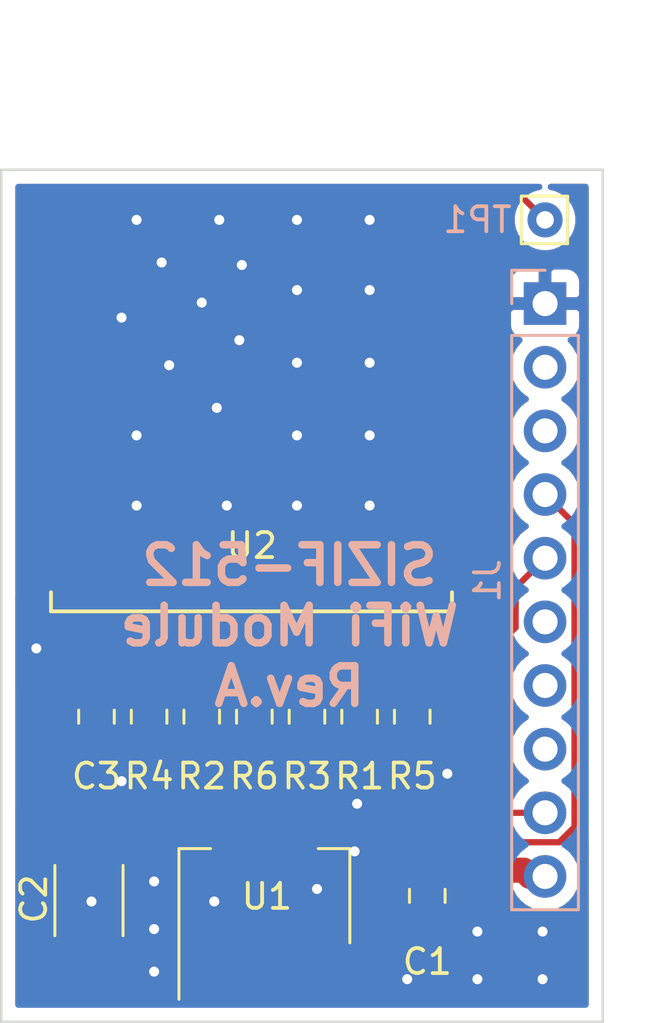
<source format=kicad_pcb>
(kicad_pcb (version 20171130) (host pcbnew "(5.1.4)-1")

  (general
    (thickness 1.6)
    (drawings 5)
    (tracks 102)
    (zones 0)
    (modules 13)
    (nets 13)
  )

  (page A4)
  (layers
    (0 F.Cu signal)
    (31 B.Cu signal)
    (32 B.Adhes user)
    (33 F.Adhes user)
    (34 B.Paste user)
    (35 F.Paste user)
    (36 B.SilkS user)
    (37 F.SilkS user)
    (38 B.Mask user)
    (39 F.Mask user)
    (40 Dwgs.User user)
    (41 Cmts.User user)
    (42 Eco1.User user)
    (43 Eco2.User user)
    (44 Edge.Cuts user)
    (45 Margin user)
    (46 B.CrtYd user)
    (47 F.CrtYd user)
    (48 B.Fab user)
    (49 F.Fab user)
  )

  (setup
    (last_trace_width 0.25)
    (user_trace_width 0.25)
    (user_trace_width 1)
    (trace_clearance 0.2)
    (zone_clearance 0.508)
    (zone_45_only no)
    (trace_min 0.2)
    (via_size 0.8)
    (via_drill 0.4)
    (via_min_size 0.4)
    (via_min_drill 0.3)
    (uvia_size 0.3)
    (uvia_drill 0.1)
    (uvias_allowed no)
    (uvia_min_size 0.2)
    (uvia_min_drill 0.1)
    (edge_width 0.05)
    (segment_width 0.2)
    (pcb_text_width 0.3)
    (pcb_text_size 1.5 1.5)
    (mod_edge_width 0.12)
    (mod_text_size 1 1)
    (mod_text_width 0.15)
    (pad_size 1.524 1.524)
    (pad_drill 0.762)
    (pad_to_mask_clearance 0.051)
    (solder_mask_min_width 0.25)
    (aux_axis_origin 0 0)
    (visible_elements 7FFFFF7F)
    (pcbplotparams
      (layerselection 0x010fc_ffffffff)
      (usegerberextensions false)
      (usegerberattributes false)
      (usegerberadvancedattributes false)
      (creategerberjobfile false)
      (excludeedgelayer true)
      (linewidth 0.100000)
      (plotframeref false)
      (viasonmask false)
      (mode 1)
      (useauxorigin false)
      (hpglpennumber 1)
      (hpglpenspeed 20)
      (hpglpendiameter 15.000000)
      (psnegative false)
      (psa4output false)
      (plotreference true)
      (plotvalue true)
      (plotinvisibletext false)
      (padsonsilk false)
      (subtractmaskfromsilk false)
      (outputformat 1)
      (mirror false)
      (drillshape 1)
      (scaleselection 1)
      (outputdirectory ""))
  )

  (net 0 "")
  (net 1 GND)
  (net 2 +5V)
  (net 3 +3V3)
  (net 4 RX)
  (net 5 TX)
  (net 6 CTS)
  (net 7 "Net-(R1-Pad1)")
  (net 8 "Net-(R2-Pad1)")
  (net 9 "Net-(R3-Pad1)")
  (net 10 "Net-(R4-Pad1)")
  (net 11 "Net-(R5-Pad2)")
  (net 12 "Net-(R6-Pad1)")

  (net_class Default "This is the default net class."
    (clearance 0.2)
    (trace_width 0.25)
    (via_dia 0.8)
    (via_drill 0.4)
    (uvia_dia 0.3)
    (uvia_drill 0.1)
    (add_net +3V3)
    (add_net +5V)
    (add_net CTS)
    (add_net GND)
    (add_net "Net-(J1-Pad2)")
    (add_net "Net-(J1-Pad3)")
    (add_net "Net-(J1-Pad6)")
    (add_net "Net-(J1-Pad7)")
    (add_net "Net-(J1-Pad8)")
    (add_net "Net-(R1-Pad1)")
    (add_net "Net-(R2-Pad1)")
    (add_net "Net-(R3-Pad1)")
    (add_net "Net-(R4-Pad1)")
    (add_net "Net-(R5-Pad2)")
    (add_net "Net-(R6-Pad1)")
    (add_net "Net-(U2-Pad10)")
    (add_net "Net-(U2-Pad11)")
    (add_net "Net-(U2-Pad12)")
    (add_net "Net-(U2-Pad13)")
    (add_net "Net-(U2-Pad14)")
    (add_net "Net-(U2-Pad17)")
    (add_net "Net-(U2-Pad18)")
    (add_net "Net-(U2-Pad19)")
    (add_net "Net-(U2-Pad2)")
    (add_net "Net-(U2-Pad20)")
    (add_net "Net-(U2-Pad4)")
    (add_net "Net-(U2-Pad5)")
    (add_net "Net-(U2-Pad6)")
    (add_net "Net-(U2-Pad9)")
    (add_net RX)
    (add_net TX)
  )

  (module Connector_Pin:Pin_D0.7mm_L6.5mm_W1.8mm_FlatFork (layer F.Cu) (tedit 5A1DC084) (tstamp 5EA48DAA)
    (at 190.2 115.5)
    (descr "solder Pin_ with flat fork, hole diameter 0.7mm, length 6.5mm, width 1.8mm")
    (tags "solder Pin_ with flat fork")
    (path /5EA48AE7)
    (fp_text reference TP1 (at -2.7 0) (layer B.SilkS)
      (effects (font (size 1 1) (thickness 0.15)) (justify mirror))
    )
    (fp_text value TestPoint (at 0 -1.8) (layer F.Fab) hide
      (effects (font (size 1 1) (thickness 0.15)))
    )
    (fp_line (start 1.35 1.2) (end -1.4 1.2) (layer F.CrtYd) (width 0.05))
    (fp_line (start 1.35 1.2) (end 1.35 -1.2) (layer F.CrtYd) (width 0.05))
    (fp_line (start -1.4 -1.2) (end -1.4 1.2) (layer F.CrtYd) (width 0.05))
    (fp_line (start -1.4 -1.2) (end 1.35 -1.2) (layer F.CrtYd) (width 0.05))
    (fp_line (start -0.9 0.25) (end -0.9 -0.25) (layer F.Fab) (width 0.12))
    (fp_line (start 0.85 0.25) (end -0.9 0.25) (layer F.Fab) (width 0.12))
    (fp_line (start 0.85 -0.25) (end 0.85 0.25) (layer F.Fab) (width 0.12))
    (fp_line (start -0.9 -0.25) (end 0.85 -0.25) (layer F.Fab) (width 0.12))
    (fp_line (start 0.9 -0.95) (end -0.95 -0.95) (layer F.SilkS) (width 0.12))
    (fp_line (start 0.9 -0.9) (end 0.9 -0.95) (layer F.SilkS) (width 0.12))
    (fp_line (start 0.9 0.95) (end 0.9 -0.9) (layer F.SilkS) (width 0.12))
    (fp_line (start -0.95 0.95) (end 0.9 0.95) (layer F.SilkS) (width 0.12))
    (fp_line (start -0.95 -0.95) (end -0.95 0.95) (layer F.SilkS) (width 0.12))
    (fp_text user %R (at 0 1.8) (layer F.Fab) hide
      (effects (font (size 1 1) (thickness 0.15)))
    )
    (pad 1 thru_hole circle (at 0 0) (size 1.4 1.4) (drill 0.7) (layers *.Cu *.Mask)
      (net 12 "Net-(R6-Pad1)"))
  )

  (module ESP8266:ESP-12E_SMD (layer F.Cu) (tedit 58FB7FFE) (tstamp 5EA4719D)
    (at 171.5 115.5)
    (descr "Module, ESP-8266, ESP-12, 16 pad, SMD")
    (tags "Module ESP-8266 ESP8266")
    (path /5EA6B089)
    (fp_text reference U2 (at 7 13 180) (layer F.SilkS)
      (effects (font (size 1 1) (thickness 0.15)))
    )
    (fp_text value ESP-12E (at 5.08 6.35 90) (layer F.Fab) hide
      (effects (font (size 1 1) (thickness 0.15)))
    )
    (fp_line (start -1.008 -8.4) (end 14.992 -8.4) (layer F.Fab) (width 0.05))
    (fp_line (start -1.008 15.6) (end -1.008 -8.4) (layer F.Fab) (width 0.05))
    (fp_line (start 14.992 15.6) (end -1.008 15.6) (layer F.Fab) (width 0.05))
    (fp_line (start 15 -8.4) (end 15 15.6) (layer F.Fab) (width 0.05))
    (fp_line (start -1.008 -2.6) (end 14.992 -2.6) (layer F.CrtYd) (width 0.1524))
    (fp_text user "No Copper" (at 6.892 -5.4) (layer F.CrtYd)
      (effects (font (size 1 1) (thickness 0.15)))
    )
    (fp_line (start -1.008 -8.4) (end 14.992 -2.6) (layer F.CrtYd) (width 0.1524))
    (fp_line (start 14.992 -8.4) (end -1.008 -2.6) (layer F.CrtYd) (width 0.1524))
    (fp_line (start 14.986 15.621) (end 14.986 14.859) (layer F.SilkS) (width 0.1524))
    (fp_line (start -1.016 15.621) (end 14.986 15.621) (layer F.SilkS) (width 0.1524))
    (fp_line (start -1.016 14.859) (end -1.016 15.621) (layer F.SilkS) (width 0.1524))
    (fp_line (start -1.016 -8.382) (end -1.016 -1.016) (layer F.CrtYd) (width 0.1524))
    (fp_line (start 14.986 -8.382) (end 14.986 -0.889) (layer F.CrtYd) (width 0.1524))
    (fp_line (start -1.016 -8.382) (end 14.986 -8.382) (layer F.CrtYd) (width 0.1524))
    (fp_line (start -2.25 16) (end -2.25 -0.5) (layer F.CrtYd) (width 0.05))
    (fp_line (start 16.25 16) (end -2.25 16) (layer F.CrtYd) (width 0.05))
    (fp_line (start 16.25 -8.75) (end 16.25 16) (layer F.CrtYd) (width 0.05))
    (fp_line (start 15.25 -8.75) (end 16.25 -8.75) (layer F.CrtYd) (width 0.05))
    (fp_line (start -2.25 -8.75) (end 15.25 -8.75) (layer F.CrtYd) (width 0.05))
    (fp_line (start -2.25 -0.5) (end -2.25 -8.75) (layer F.CrtYd) (width 0.05))
    (pad 22 smd rect (at 11.99 15 90) (size 2.5 1.1) (drill (offset -0.7 0)) (layers F.Cu F.Paste F.Mask)
      (net 7 "Net-(R1-Pad1)"))
    (pad 21 smd rect (at 9.99 15 90) (size 2.5 1.1) (drill (offset -0.7 0)) (layers F.Cu F.Paste F.Mask)
      (net 9 "Net-(R3-Pad1)"))
    (pad 20 smd rect (at 7.99 15 90) (size 2.5 1.1) (drill (offset -0.7 0)) (layers F.Cu F.Paste F.Mask))
    (pad 19 smd rect (at 5.99 15 90) (size 2.5 1.1) (drill (offset -0.7 0)) (layers F.Cu F.Paste F.Mask))
    (pad 18 smd rect (at 3.99 15 90) (size 2.5 1.1) (drill (offset -0.7 0)) (layers F.Cu F.Paste F.Mask))
    (pad 17 smd rect (at 1.99 15 90) (size 2.5 1.1) (drill (offset -0.7 0)) (layers F.Cu F.Paste F.Mask))
    (pad 16 smd rect (at 14 0) (size 2.5 1.1) (drill (offset 0.7 0)) (layers F.Cu F.Paste F.Mask)
      (net 11 "Net-(R5-Pad2)"))
    (pad 15 smd rect (at 14 2) (size 2.5 1.1) (drill (offset 0.7 0)) (layers F.Cu F.Paste F.Mask)
      (net 1 GND))
    (pad 14 smd rect (at 14 4) (size 2.5 1.1) (drill (offset 0.7 0)) (layers F.Cu F.Paste F.Mask))
    (pad 13 smd rect (at 14 6) (size 2.5 1.1) (drill (offset 0.7 0)) (layers F.Cu F.Paste F.Mask))
    (pad 12 smd rect (at 14 8) (size 2.5 1.1) (drill (offset 0.7 0)) (layers F.Cu F.Paste F.Mask))
    (pad 11 smd rect (at 14 10) (size 2.5 1.1) (drill (offset 0.7 0)) (layers F.Cu F.Paste F.Mask))
    (pad 10 smd rect (at 14 12) (size 2.5 1.1) (drill (offset 0.7 0)) (layers F.Cu F.Paste F.Mask))
    (pad 9 smd rect (at 14 14) (size 2.5 1.1) (drill (offset 0.7 0)) (layers F.Cu F.Paste F.Mask))
    (pad 8 smd rect (at 0 14) (size 2.5 1.1) (drill (offset -0.7 0)) (layers F.Cu F.Paste F.Mask)
      (net 3 +3V3))
    (pad 7 smd rect (at 0 12) (size 2.5 1.1) (drill (offset -0.7 0)) (layers F.Cu F.Paste F.Mask)
      (net 10 "Net-(R4-Pad1)"))
    (pad 6 smd rect (at 0 10) (size 2.5 1.1) (drill (offset -0.7 0)) (layers F.Cu F.Paste F.Mask))
    (pad 5 smd rect (at 0 8) (size 2.5 1.1) (drill (offset -0.7 0)) (layers F.Cu F.Paste F.Mask))
    (pad 4 smd rect (at 0 6) (size 2.5 1.1) (drill (offset -0.7 0)) (layers F.Cu F.Paste F.Mask))
    (pad 3 smd rect (at 0 4) (size 2.5 1.1) (drill (offset -0.7 0)) (layers F.Cu F.Paste F.Mask)
      (net 8 "Net-(R2-Pad1)"))
    (pad 2 smd rect (at 0 2) (size 2.5 1.1) (drill (offset -0.7 0)) (layers F.Cu F.Paste F.Mask))
    (pad 1 smd rect (at 0 0) (size 2.5 1.1) (drill (offset -0.7 0)) (layers F.Cu F.Paste F.Mask)
      (net 12 "Net-(R6-Pad1)"))
    (model ${MYLIBPATH}/kicad-ESP8266/ESP8266.3dshapes/ESP-12.wrl
      (at (xyz 0 0 0))
      (scale (xyz 0.3937 0.3937 0.3937))
      (rotate (xyz 0 0 0))
    )
  )

  (module Package_TO_SOT_SMD:SOT-223-3_TabPin2 (layer F.Cu) (tedit 5A02FF57) (tstamp 5EA48580)
    (at 179 142.5 90)
    (descr "module CMS SOT223 4 pins")
    (tags "CMS SOT")
    (path /5EA457DB)
    (attr smd)
    (fp_text reference U1 (at 0 0.1 180) (layer F.SilkS)
      (effects (font (size 1 1) (thickness 0.15)))
    )
    (fp_text value AMS1117-3.3 (at -2.9 0 180) (layer F.Fab)
      (effects (font (size 1 1) (thickness 0.15)))
    )
    (fp_line (start 1.85 -3.35) (end 1.85 3.35) (layer F.Fab) (width 0.1))
    (fp_line (start -1.85 3.35) (end 1.85 3.35) (layer F.Fab) (width 0.1))
    (fp_line (start -4.1 -3.41) (end 1.91 -3.41) (layer F.SilkS) (width 0.12))
    (fp_line (start -0.85 -3.35) (end 1.85 -3.35) (layer F.Fab) (width 0.1))
    (fp_line (start -1.85 3.41) (end 1.91 3.41) (layer F.SilkS) (width 0.12))
    (fp_line (start -1.85 -2.35) (end -1.85 3.35) (layer F.Fab) (width 0.1))
    (fp_line (start -1.85 -2.35) (end -0.85 -3.35) (layer F.Fab) (width 0.1))
    (fp_line (start -4.4 -3.6) (end -4.4 3.6) (layer F.CrtYd) (width 0.05))
    (fp_line (start -4.4 3.6) (end 4.4 3.6) (layer F.CrtYd) (width 0.05))
    (fp_line (start 4.4 3.6) (end 4.4 -3.6) (layer F.CrtYd) (width 0.05))
    (fp_line (start 4.4 -3.6) (end -4.4 -3.6) (layer F.CrtYd) (width 0.05))
    (fp_line (start 1.91 -3.41) (end 1.91 -2.15) (layer F.SilkS) (width 0.12))
    (fp_line (start 1.91 3.41) (end 1.91 2.15) (layer F.SilkS) (width 0.12))
    (fp_text user %R (at 0 0) (layer F.Fab)
      (effects (font (size 0.8 0.8) (thickness 0.12)))
    )
    (pad 1 smd rect (at -3.15 -2.3 90) (size 2 1.5) (layers F.Cu F.Paste F.Mask)
      (net 1 GND))
    (pad 3 smd rect (at -3.15 2.3 90) (size 2 1.5) (layers F.Cu F.Paste F.Mask)
      (net 2 +5V))
    (pad 2 smd rect (at -3.15 0 90) (size 2 1.5) (layers F.Cu F.Paste F.Mask)
      (net 3 +3V3))
    (pad 2 smd rect (at 3.15 0 90) (size 2 3.8) (layers F.Cu F.Paste F.Mask)
      (net 3 +3V3))
    (model ${KISYS3DMOD}/Package_TO_SOT_SMD.3dshapes/SOT-223.wrl
      (at (xyz 0 0 0))
      (scale (xyz 1 1 1))
      (rotate (xyz 0 0 0))
    )
  )

  (module Capacitor_SMD:C_0805_2012Metric_Pad1.15x1.40mm_HandSolder (layer F.Cu) (tedit 5B36C52B) (tstamp 5EA47159)
    (at 178.6 135.325 270)
    (descr "Capacitor SMD 0805 (2012 Metric), square (rectangular) end terminal, IPC_7351 nominal with elongated pad for handsoldering. (Body size source: https://docs.google.com/spreadsheets/d/1BsfQQcO9C6DZCsRaXUlFlo91Tg2WpOkGARC1WS5S8t0/edit?usp=sharing), generated with kicad-footprint-generator")
    (tags "capacitor handsolder")
    (path /5EA7D23F)
    (attr smd)
    (fp_text reference R6 (at 2.375 0 180) (layer F.SilkS)
      (effects (font (size 1 1) (thickness 0.15)))
    )
    (fp_text value 10k (at 1.975 0 180) (layer F.Fab)
      (effects (font (size 1 1) (thickness 0.15)))
    )
    (fp_line (start -1 0.6) (end -1 -0.6) (layer F.Fab) (width 0.1))
    (fp_line (start -1 -0.6) (end 1 -0.6) (layer F.Fab) (width 0.1))
    (fp_line (start 1 -0.6) (end 1 0.6) (layer F.Fab) (width 0.1))
    (fp_line (start 1 0.6) (end -1 0.6) (layer F.Fab) (width 0.1))
    (fp_line (start -0.261252 -0.71) (end 0.261252 -0.71) (layer F.SilkS) (width 0.12))
    (fp_line (start -0.261252 0.71) (end 0.261252 0.71) (layer F.SilkS) (width 0.12))
    (fp_line (start -1.85 0.95) (end -1.85 -0.95) (layer F.CrtYd) (width 0.05))
    (fp_line (start -1.85 -0.95) (end 1.85 -0.95) (layer F.CrtYd) (width 0.05))
    (fp_line (start 1.85 -0.95) (end 1.85 0.95) (layer F.CrtYd) (width 0.05))
    (fp_line (start 1.85 0.95) (end -1.85 0.95) (layer F.CrtYd) (width 0.05))
    (fp_text user %R (at 0 0 90) (layer F.Fab)
      (effects (font (size 0.5 0.5) (thickness 0.08)))
    )
    (pad 1 smd roundrect (at -1.025 0 270) (size 1.15 1.4) (layers F.Cu F.Paste F.Mask) (roundrect_rratio 0.217391)
      (net 12 "Net-(R6-Pad1)"))
    (pad 2 smd roundrect (at 1.025 0 270) (size 1.15 1.4) (layers F.Cu F.Paste F.Mask) (roundrect_rratio 0.217391)
      (net 3 +3V3))
    (model ${KISYS3DMOD}/Capacitor_SMD.3dshapes/C_0805_2012Metric.wrl
      (at (xyz 0 0 0))
      (scale (xyz 1 1 1))
      (rotate (xyz 0 0 0))
    )
  )

  (module Capacitor_SMD:C_0805_2012Metric_Pad1.15x1.40mm_HandSolder (layer F.Cu) (tedit 5B36C52B) (tstamp 5EA49D27)
    (at 184.9 135.325 90)
    (descr "Capacitor SMD 0805 (2012 Metric), square (rectangular) end terminal, IPC_7351 nominal with elongated pad for handsoldering. (Body size source: https://docs.google.com/spreadsheets/d/1BsfQQcO9C6DZCsRaXUlFlo91Tg2WpOkGARC1WS5S8t0/edit?usp=sharing), generated with kicad-footprint-generator")
    (tags "capacitor handsolder")
    (path /5EA6EC02)
    (attr smd)
    (fp_text reference R5 (at -2.375 0 180) (layer F.SilkS)
      (effects (font (size 1 1) (thickness 0.15)))
    )
    (fp_text value 10k (at 1.925 0 180) (layer F.Fab)
      (effects (font (size 1 1) (thickness 0.15)))
    )
    (fp_line (start -1 0.6) (end -1 -0.6) (layer F.Fab) (width 0.1))
    (fp_line (start -1 -0.6) (end 1 -0.6) (layer F.Fab) (width 0.1))
    (fp_line (start 1 -0.6) (end 1 0.6) (layer F.Fab) (width 0.1))
    (fp_line (start 1 0.6) (end -1 0.6) (layer F.Fab) (width 0.1))
    (fp_line (start -0.261252 -0.71) (end 0.261252 -0.71) (layer F.SilkS) (width 0.12))
    (fp_line (start -0.261252 0.71) (end 0.261252 0.71) (layer F.SilkS) (width 0.12))
    (fp_line (start -1.85 0.95) (end -1.85 -0.95) (layer F.CrtYd) (width 0.05))
    (fp_line (start -1.85 -0.95) (end 1.85 -0.95) (layer F.CrtYd) (width 0.05))
    (fp_line (start 1.85 -0.95) (end 1.85 0.95) (layer F.CrtYd) (width 0.05))
    (fp_line (start 1.85 0.95) (end -1.85 0.95) (layer F.CrtYd) (width 0.05))
    (fp_text user %R (at 0 0 90) (layer F.Fab)
      (effects (font (size 0.5 0.5) (thickness 0.08)))
    )
    (pad 1 smd roundrect (at -1.025 0 90) (size 1.15 1.4) (layers F.Cu F.Paste F.Mask) (roundrect_rratio 0.217391)
      (net 1 GND))
    (pad 2 smd roundrect (at 1.025 0 90) (size 1.15 1.4) (layers F.Cu F.Paste F.Mask) (roundrect_rratio 0.217391)
      (net 11 "Net-(R5-Pad2)"))
    (model ${KISYS3DMOD}/Capacitor_SMD.3dshapes/C_0805_2012Metric.wrl
      (at (xyz 0 0 0))
      (scale (xyz 1 1 1))
      (rotate (xyz 0 0 0))
    )
  )

  (module Capacitor_SMD:C_0805_2012Metric_Pad1.15x1.40mm_HandSolder (layer F.Cu) (tedit 5B36C52B) (tstamp 5EA48882)
    (at 174.4 135.325 270)
    (descr "Capacitor SMD 0805 (2012 Metric), square (rectangular) end terminal, IPC_7351 nominal with elongated pad for handsoldering. (Body size source: https://docs.google.com/spreadsheets/d/1BsfQQcO9C6DZCsRaXUlFlo91Tg2WpOkGARC1WS5S8t0/edit?usp=sharing), generated with kicad-footprint-generator")
    (tags "capacitor handsolder")
    (path /5EA5A557)
    (attr smd)
    (fp_text reference R4 (at 2.375 0 180) (layer F.SilkS)
      (effects (font (size 1 1) (thickness 0.15)))
    )
    (fp_text value 560 (at 1.975 0 180) (layer F.Fab)
      (effects (font (size 1 1) (thickness 0.15)))
    )
    (fp_line (start -1 0.6) (end -1 -0.6) (layer F.Fab) (width 0.1))
    (fp_line (start -1 -0.6) (end 1 -0.6) (layer F.Fab) (width 0.1))
    (fp_line (start 1 -0.6) (end 1 0.6) (layer F.Fab) (width 0.1))
    (fp_line (start 1 0.6) (end -1 0.6) (layer F.Fab) (width 0.1))
    (fp_line (start -0.261252 -0.71) (end 0.261252 -0.71) (layer F.SilkS) (width 0.12))
    (fp_line (start -0.261252 0.71) (end 0.261252 0.71) (layer F.SilkS) (width 0.12))
    (fp_line (start -1.85 0.95) (end -1.85 -0.95) (layer F.CrtYd) (width 0.05))
    (fp_line (start -1.85 -0.95) (end 1.85 -0.95) (layer F.CrtYd) (width 0.05))
    (fp_line (start 1.85 -0.95) (end 1.85 0.95) (layer F.CrtYd) (width 0.05))
    (fp_line (start 1.85 0.95) (end -1.85 0.95) (layer F.CrtYd) (width 0.05))
    (fp_text user %R (at 0 0 90) (layer F.Fab)
      (effects (font (size 0.5 0.5) (thickness 0.08)))
    )
    (pad 1 smd roundrect (at -1.025 0 270) (size 1.15 1.4) (layers F.Cu F.Paste F.Mask) (roundrect_rratio 0.217391)
      (net 10 "Net-(R4-Pad1)"))
    (pad 2 smd roundrect (at 1.025 0 270) (size 1.15 1.4) (layers F.Cu F.Paste F.Mask) (roundrect_rratio 0.217391)
      (net 6 CTS))
    (model ${KISYS3DMOD}/Capacitor_SMD.3dshapes/C_0805_2012Metric.wrl
      (at (xyz 0 0 0))
      (scale (xyz 1 1 1))
      (rotate (xyz 0 0 0))
    )
  )

  (module Capacitor_SMD:C_0805_2012Metric_Pad1.15x1.40mm_HandSolder (layer F.Cu) (tedit 5B36C52B) (tstamp 5EA47126)
    (at 180.7 135.325 270)
    (descr "Capacitor SMD 0805 (2012 Metric), square (rectangular) end terminal, IPC_7351 nominal with elongated pad for handsoldering. (Body size source: https://docs.google.com/spreadsheets/d/1BsfQQcO9C6DZCsRaXUlFlo91Tg2WpOkGARC1WS5S8t0/edit?usp=sharing), generated with kicad-footprint-generator")
    (tags "capacitor handsolder")
    (path /5EA5B3D0)
    (attr smd)
    (fp_text reference R3 (at 2.375 0 180) (layer F.SilkS)
      (effects (font (size 1 1) (thickness 0.15)))
    )
    (fp_text value 560 (at -1.925 0 180) (layer F.Fab)
      (effects (font (size 1 1) (thickness 0.15)))
    )
    (fp_line (start -1 0.6) (end -1 -0.6) (layer F.Fab) (width 0.1))
    (fp_line (start -1 -0.6) (end 1 -0.6) (layer F.Fab) (width 0.1))
    (fp_line (start 1 -0.6) (end 1 0.6) (layer F.Fab) (width 0.1))
    (fp_line (start 1 0.6) (end -1 0.6) (layer F.Fab) (width 0.1))
    (fp_line (start -0.261252 -0.71) (end 0.261252 -0.71) (layer F.SilkS) (width 0.12))
    (fp_line (start -0.261252 0.71) (end 0.261252 0.71) (layer F.SilkS) (width 0.12))
    (fp_line (start -1.85 0.95) (end -1.85 -0.95) (layer F.CrtYd) (width 0.05))
    (fp_line (start -1.85 -0.95) (end 1.85 -0.95) (layer F.CrtYd) (width 0.05))
    (fp_line (start 1.85 -0.95) (end 1.85 0.95) (layer F.CrtYd) (width 0.05))
    (fp_line (start 1.85 0.95) (end -1.85 0.95) (layer F.CrtYd) (width 0.05))
    (fp_text user %R (at 0 0 90) (layer F.Fab)
      (effects (font (size 0.5 0.5) (thickness 0.08)))
    )
    (pad 1 smd roundrect (at -1.025 0 270) (size 1.15 1.4) (layers F.Cu F.Paste F.Mask) (roundrect_rratio 0.217391)
      (net 9 "Net-(R3-Pad1)"))
    (pad 2 smd roundrect (at 1.025 0 270) (size 1.15 1.4) (layers F.Cu F.Paste F.Mask) (roundrect_rratio 0.217391)
      (net 5 TX))
    (model ${KISYS3DMOD}/Capacitor_SMD.3dshapes/C_0805_2012Metric.wrl
      (at (xyz 0 0 0))
      (scale (xyz 1 1 1))
      (rotate (xyz 0 0 0))
    )
  )

  (module Capacitor_SMD:C_0805_2012Metric_Pad1.15x1.40mm_HandSolder (layer F.Cu) (tedit 5B36C52B) (tstamp 5EA47115)
    (at 176.5 135.325 270)
    (descr "Capacitor SMD 0805 (2012 Metric), square (rectangular) end terminal, IPC_7351 nominal with elongated pad for handsoldering. (Body size source: https://docs.google.com/spreadsheets/d/1BsfQQcO9C6DZCsRaXUlFlo91Tg2WpOkGARC1WS5S8t0/edit?usp=sharing), generated with kicad-footprint-generator")
    (tags "capacitor handsolder")
    (path /5EA6CF70)
    (attr smd)
    (fp_text reference R2 (at 2.375 0) (layer F.SilkS)
      (effects (font (size 1 1) (thickness 0.15)))
    )
    (fp_text value 10k (at -1.925 0) (layer F.Fab)
      (effects (font (size 1 1) (thickness 0.15)))
    )
    (fp_line (start -1 0.6) (end -1 -0.6) (layer F.Fab) (width 0.1))
    (fp_line (start -1 -0.6) (end 1 -0.6) (layer F.Fab) (width 0.1))
    (fp_line (start 1 -0.6) (end 1 0.6) (layer F.Fab) (width 0.1))
    (fp_line (start 1 0.6) (end -1 0.6) (layer F.Fab) (width 0.1))
    (fp_line (start -0.261252 -0.71) (end 0.261252 -0.71) (layer F.SilkS) (width 0.12))
    (fp_line (start -0.261252 0.71) (end 0.261252 0.71) (layer F.SilkS) (width 0.12))
    (fp_line (start -1.85 0.95) (end -1.85 -0.95) (layer F.CrtYd) (width 0.05))
    (fp_line (start -1.85 -0.95) (end 1.85 -0.95) (layer F.CrtYd) (width 0.05))
    (fp_line (start 1.85 -0.95) (end 1.85 0.95) (layer F.CrtYd) (width 0.05))
    (fp_line (start 1.85 0.95) (end -1.85 0.95) (layer F.CrtYd) (width 0.05))
    (fp_text user %R (at 0 0 270) (layer F.Fab)
      (effects (font (size 0.5 0.5) (thickness 0.08)))
    )
    (pad 1 smd roundrect (at -1.025 0 270) (size 1.15 1.4) (layers F.Cu F.Paste F.Mask) (roundrect_rratio 0.217391)
      (net 8 "Net-(R2-Pad1)"))
    (pad 2 smd roundrect (at 1.025 0 270) (size 1.15 1.4) (layers F.Cu F.Paste F.Mask) (roundrect_rratio 0.217391)
      (net 3 +3V3))
    (model ${KISYS3DMOD}/Capacitor_SMD.3dshapes/C_0805_2012Metric.wrl
      (at (xyz 0 0 0))
      (scale (xyz 1 1 1))
      (rotate (xyz 0 0 0))
    )
  )

  (module Capacitor_SMD:C_0805_2012Metric_Pad1.15x1.40mm_HandSolder (layer F.Cu) (tedit 5B36C52B) (tstamp 5EA47104)
    (at 182.8 135.325 270)
    (descr "Capacitor SMD 0805 (2012 Metric), square (rectangular) end terminal, IPC_7351 nominal with elongated pad for handsoldering. (Body size source: https://docs.google.com/spreadsheets/d/1BsfQQcO9C6DZCsRaXUlFlo91Tg2WpOkGARC1WS5S8t0/edit?usp=sharing), generated with kicad-footprint-generator")
    (tags "capacitor handsolder")
    (path /5EA5B920)
    (attr smd)
    (fp_text reference R1 (at 2.375 0) (layer F.SilkS)
      (effects (font (size 1 1) (thickness 0.15)))
    )
    (fp_text value 560 (at 1.975 0) (layer F.Fab)
      (effects (font (size 1 1) (thickness 0.15)))
    )
    (fp_line (start -1 0.6) (end -1 -0.6) (layer F.Fab) (width 0.1))
    (fp_line (start -1 -0.6) (end 1 -0.6) (layer F.Fab) (width 0.1))
    (fp_line (start 1 -0.6) (end 1 0.6) (layer F.Fab) (width 0.1))
    (fp_line (start 1 0.6) (end -1 0.6) (layer F.Fab) (width 0.1))
    (fp_line (start -0.261252 -0.71) (end 0.261252 -0.71) (layer F.SilkS) (width 0.12))
    (fp_line (start -0.261252 0.71) (end 0.261252 0.71) (layer F.SilkS) (width 0.12))
    (fp_line (start -1.85 0.95) (end -1.85 -0.95) (layer F.CrtYd) (width 0.05))
    (fp_line (start -1.85 -0.95) (end 1.85 -0.95) (layer F.CrtYd) (width 0.05))
    (fp_line (start 1.85 -0.95) (end 1.85 0.95) (layer F.CrtYd) (width 0.05))
    (fp_line (start 1.85 0.95) (end -1.85 0.95) (layer F.CrtYd) (width 0.05))
    (fp_text user %R (at 0 0 270) (layer F.Fab)
      (effects (font (size 0.5 0.5) (thickness 0.08)))
    )
    (pad 1 smd roundrect (at -1.025 0 270) (size 1.15 1.4) (layers F.Cu F.Paste F.Mask) (roundrect_rratio 0.217391)
      (net 7 "Net-(R1-Pad1)"))
    (pad 2 smd roundrect (at 1.025 0 270) (size 1.15 1.4) (layers F.Cu F.Paste F.Mask) (roundrect_rratio 0.217391)
      (net 4 RX))
    (model ${KISYS3DMOD}/Capacitor_SMD.3dshapes/C_0805_2012Metric.wrl
      (at (xyz 0 0 0))
      (scale (xyz 1 1 1))
      (rotate (xyz 0 0 0))
    )
  )

  (module Connector_PinSocket_2.54mm:PinSocket_1x10_P2.54mm_Vertical (layer B.Cu) (tedit 5A19A425) (tstamp 5EA470F3)
    (at 190.2 118.84 180)
    (descr "Through hole straight socket strip, 1x10, 2.54mm pitch, single row (from Kicad 4.0.7), script generated")
    (tags "Through hole socket strip THT 1x10 2.54mm single row")
    (path /5EA42390)
    (fp_text reference J1 (at 2.3 -11.06 90) (layer B.SilkS)
      (effects (font (size 1 1) (thickness 0.15)) (justify mirror))
    )
    (fp_text value Conn_01x10 (at 0 -25.63) (layer B.Fab)
      (effects (font (size 1 1) (thickness 0.15)) (justify mirror))
    )
    (fp_text user %R (at 0 -11.43 270) (layer B.Fab)
      (effects (font (size 1 1) (thickness 0.15)) (justify mirror))
    )
    (fp_line (start -1.8 -24.6) (end -1.8 1.8) (layer B.CrtYd) (width 0.05))
    (fp_line (start 1.75 -24.6) (end -1.8 -24.6) (layer B.CrtYd) (width 0.05))
    (fp_line (start 1.75 1.8) (end 1.75 -24.6) (layer B.CrtYd) (width 0.05))
    (fp_line (start -1.8 1.8) (end 1.75 1.8) (layer B.CrtYd) (width 0.05))
    (fp_line (start 0 1.33) (end 1.33 1.33) (layer B.SilkS) (width 0.12))
    (fp_line (start 1.33 1.33) (end 1.33 0) (layer B.SilkS) (width 0.12))
    (fp_line (start 1.33 -1.27) (end 1.33 -24.19) (layer B.SilkS) (width 0.12))
    (fp_line (start -1.33 -24.19) (end 1.33 -24.19) (layer B.SilkS) (width 0.12))
    (fp_line (start -1.33 -1.27) (end -1.33 -24.19) (layer B.SilkS) (width 0.12))
    (fp_line (start -1.33 -1.27) (end 1.33 -1.27) (layer B.SilkS) (width 0.12))
    (fp_line (start -1.27 -24.13) (end -1.27 1.27) (layer B.Fab) (width 0.1))
    (fp_line (start 1.27 -24.13) (end -1.27 -24.13) (layer B.Fab) (width 0.1))
    (fp_line (start 1.27 0.635) (end 1.27 -24.13) (layer B.Fab) (width 0.1))
    (fp_line (start 0.635 1.27) (end 1.27 0.635) (layer B.Fab) (width 0.1))
    (fp_line (start -1.27 1.27) (end 0.635 1.27) (layer B.Fab) (width 0.1))
    (pad 10 thru_hole oval (at 0 -22.86 180) (size 1.7 1.7) (drill 1) (layers *.Cu *.Mask)
      (net 2 +5V))
    (pad 9 thru_hole oval (at 0 -20.32 180) (size 1.7 1.7) (drill 1) (layers *.Cu *.Mask)
      (net 4 RX))
    (pad 8 thru_hole oval (at 0 -17.78 180) (size 1.7 1.7) (drill 1) (layers *.Cu *.Mask))
    (pad 7 thru_hole oval (at 0 -15.24 180) (size 1.7 1.7) (drill 1) (layers *.Cu *.Mask))
    (pad 6 thru_hole oval (at 0 -12.7 180) (size 1.7 1.7) (drill 1) (layers *.Cu *.Mask))
    (pad 5 thru_hole oval (at 0 -10.16 180) (size 1.7 1.7) (drill 1) (layers *.Cu *.Mask)
      (net 5 TX))
    (pad 4 thru_hole oval (at 0 -7.62 180) (size 1.7 1.7) (drill 1) (layers *.Cu *.Mask)
      (net 6 CTS))
    (pad 3 thru_hole oval (at 0 -5.08 180) (size 1.7 1.7) (drill 1) (layers *.Cu *.Mask))
    (pad 2 thru_hole oval (at 0 -2.54 180) (size 1.7 1.7) (drill 1) (layers *.Cu *.Mask))
    (pad 1 thru_hole rect (at 0 0 180) (size 1.7 1.7) (drill 1) (layers *.Cu *.Mask)
      (net 1 GND))
    (model ${KISYS3DMOD}/Connector_PinSocket_2.54mm.3dshapes/PinSocket_1x10_P2.54mm_Vertical.wrl
      (at (xyz 0 0 0))
      (scale (xyz 1 1 1))
      (rotate (xyz 0 0 0))
    )
  )

  (module Capacitor_SMD:C_0805_2012Metric_Pad1.15x1.40mm_HandSolder (layer F.Cu) (tedit 5B36C52B) (tstamp 5EA47F7D)
    (at 172.3 135.325 270)
    (descr "Capacitor SMD 0805 (2012 Metric), square (rectangular) end terminal, IPC_7351 nominal with elongated pad for handsoldering. (Body size source: https://docs.google.com/spreadsheets/d/1BsfQQcO9C6DZCsRaXUlFlo91Tg2WpOkGARC1WS5S8t0/edit?usp=sharing), generated with kicad-footprint-generator")
    (tags "capacitor handsolder")
    (path /5EA4E735)
    (attr smd)
    (fp_text reference C3 (at 2.375 0 180) (layer F.SilkS)
      (effects (font (size 1 1) (thickness 0.15)))
    )
    (fp_text value 100n (at -1.925 0 180) (layer F.Fab)
      (effects (font (size 1 1) (thickness 0.15)))
    )
    (fp_line (start -1 0.6) (end -1 -0.6) (layer F.Fab) (width 0.1))
    (fp_line (start -1 -0.6) (end 1 -0.6) (layer F.Fab) (width 0.1))
    (fp_line (start 1 -0.6) (end 1 0.6) (layer F.Fab) (width 0.1))
    (fp_line (start 1 0.6) (end -1 0.6) (layer F.Fab) (width 0.1))
    (fp_line (start -0.261252 -0.71) (end 0.261252 -0.71) (layer F.SilkS) (width 0.12))
    (fp_line (start -0.261252 0.71) (end 0.261252 0.71) (layer F.SilkS) (width 0.12))
    (fp_line (start -1.85 0.95) (end -1.85 -0.95) (layer F.CrtYd) (width 0.05))
    (fp_line (start -1.85 -0.95) (end 1.85 -0.95) (layer F.CrtYd) (width 0.05))
    (fp_line (start 1.85 -0.95) (end 1.85 0.95) (layer F.CrtYd) (width 0.05))
    (fp_line (start 1.85 0.95) (end -1.85 0.95) (layer F.CrtYd) (width 0.05))
    (fp_text user %R (at 0 0 90) (layer F.Fab)
      (effects (font (size 0.5 0.5) (thickness 0.08)))
    )
    (pad 1 smd roundrect (at -1.025 0 270) (size 1.15 1.4) (layers F.Cu F.Paste F.Mask) (roundrect_rratio 0.217391)
      (net 3 +3V3))
    (pad 2 smd roundrect (at 1.025 0 270) (size 1.15 1.4) (layers F.Cu F.Paste F.Mask) (roundrect_rratio 0.217391)
      (net 1 GND))
    (model ${KISYS3DMOD}/Capacitor_SMD.3dshapes/C_0805_2012Metric.wrl
      (at (xyz 0 0 0))
      (scale (xyz 1 1 1))
      (rotate (xyz 0 0 0))
    )
  )

  (module Capacitor_SMD:C_2010_5025Metric_Pad1.52x2.65mm_HandSolder (layer F.Cu) (tedit 5B301BBE) (tstamp 5EA4A0BD)
    (at 172 142.6625 270)
    (descr "Capacitor SMD 2010 (5025 Metric), square (rectangular) end terminal, IPC_7351 nominal with elongated pad for handsoldering. (Body size source: http://www.tortai-tech.com/upload/download/2011102023233369053.pdf), generated with kicad-footprint-generator")
    (tags "capacitor handsolder")
    (path /5EA5028B)
    (attr smd)
    (fp_text reference C2 (at -0.0625 2.2 90) (layer F.SilkS)
      (effects (font (size 1 1) (thickness 0.15)))
    )
    (fp_text value 100u (at 3.4375 0 180) (layer F.Fab)
      (effects (font (size 1 1) (thickness 0.15)))
    )
    (fp_text user %R (at 0 0 90) (layer F.Fab)
      (effects (font (size 1 1) (thickness 0.15)))
    )
    (fp_line (start 3.35 1.58) (end -3.35 1.58) (layer F.CrtYd) (width 0.05))
    (fp_line (start 3.35 -1.58) (end 3.35 1.58) (layer F.CrtYd) (width 0.05))
    (fp_line (start -3.35 -1.58) (end 3.35 -1.58) (layer F.CrtYd) (width 0.05))
    (fp_line (start -3.35 1.58) (end -3.35 -1.58) (layer F.CrtYd) (width 0.05))
    (fp_line (start -1.402064 1.36) (end 1.402064 1.36) (layer F.SilkS) (width 0.12))
    (fp_line (start -1.402064 -1.36) (end 1.402064 -1.36) (layer F.SilkS) (width 0.12))
    (fp_line (start 2.5 1.25) (end -2.5 1.25) (layer F.Fab) (width 0.1))
    (fp_line (start 2.5 -1.25) (end 2.5 1.25) (layer F.Fab) (width 0.1))
    (fp_line (start -2.5 -1.25) (end 2.5 -1.25) (layer F.Fab) (width 0.1))
    (fp_line (start -2.5 1.25) (end -2.5 -1.25) (layer F.Fab) (width 0.1))
    (pad 2 smd roundrect (at 2.3375 0 270) (size 1.525 2.65) (layers F.Cu F.Paste F.Mask) (roundrect_rratio 0.163934)
      (net 1 GND))
    (pad 1 smd roundrect (at -2.3375 0 270) (size 1.525 2.65) (layers F.Cu F.Paste F.Mask) (roundrect_rratio 0.163934)
      (net 3 +3V3))
    (model ${KISYS3DMOD}/Capacitor_SMD.3dshapes/C_2010_5025Metric.wrl
      (at (xyz 0 0 0))
      (scale (xyz 1 1 1))
      (rotate (xyz 0 0 0))
    )
  )

  (module Capacitor_SMD:C_0805_2012Metric_Pad1.15x1.40mm_HandSolder (layer F.Cu) (tedit 5B36C52B) (tstamp 5EA470B3)
    (at 185.5 142.475 270)
    (descr "Capacitor SMD 0805 (2012 Metric), square (rectangular) end terminal, IPC_7351 nominal with elongated pad for handsoldering. (Body size source: https://docs.google.com/spreadsheets/d/1BsfQQcO9C6DZCsRaXUlFlo91Tg2WpOkGARC1WS5S8t0/edit?usp=sharing), generated with kicad-footprint-generator")
    (tags "capacitor handsolder")
    (path /5EA5F424)
    (attr smd)
    (fp_text reference C1 (at 2.625 0 180) (layer F.SilkS)
      (effects (font (size 1 1) (thickness 0.15)))
    )
    (fp_text value 100n (at -1.875 0 180) (layer F.Fab)
      (effects (font (size 1 1) (thickness 0.15)))
    )
    (fp_text user %R (at 0 0 90) (layer F.Fab)
      (effects (font (size 0.5 0.5) (thickness 0.08)))
    )
    (fp_line (start 1.85 0.95) (end -1.85 0.95) (layer F.CrtYd) (width 0.05))
    (fp_line (start 1.85 -0.95) (end 1.85 0.95) (layer F.CrtYd) (width 0.05))
    (fp_line (start -1.85 -0.95) (end 1.85 -0.95) (layer F.CrtYd) (width 0.05))
    (fp_line (start -1.85 0.95) (end -1.85 -0.95) (layer F.CrtYd) (width 0.05))
    (fp_line (start -0.261252 0.71) (end 0.261252 0.71) (layer F.SilkS) (width 0.12))
    (fp_line (start -0.261252 -0.71) (end 0.261252 -0.71) (layer F.SilkS) (width 0.12))
    (fp_line (start 1 0.6) (end -1 0.6) (layer F.Fab) (width 0.1))
    (fp_line (start 1 -0.6) (end 1 0.6) (layer F.Fab) (width 0.1))
    (fp_line (start -1 -0.6) (end 1 -0.6) (layer F.Fab) (width 0.1))
    (fp_line (start -1 0.6) (end -1 -0.6) (layer F.Fab) (width 0.1))
    (pad 2 smd roundrect (at 1.025 0 270) (size 1.15 1.4) (layers F.Cu F.Paste F.Mask) (roundrect_rratio 0.217391)
      (net 1 GND))
    (pad 1 smd roundrect (at -1.025 0 270) (size 1.15 1.4) (layers F.Cu F.Paste F.Mask) (roundrect_rratio 0.217391)
      (net 2 +5V))
    (model ${KISYS3DMOD}/Capacitor_SMD.3dshapes/C_0805_2012Metric.wrl
      (at (xyz 0 0 0))
      (scale (xyz 1 1 1))
      (rotate (xyz 0 0 0))
    )
  )

  (gr_text "SIZIF-512\nWiFi Module\nRev.A" (at 180 131.7) (layer B.SilkS)
    (effects (font (size 1.5 1.5) (thickness 0.3)) (justify mirror))
  )
  (gr_line (start 168.5 113.5) (end 192.5 113.5) (layer Edge.Cuts) (width 0.1))
  (gr_line (start 168.5 147.5) (end 168.5 113.5) (layer Edge.Cuts) (width 0.1))
  (gr_line (start 192.5 147.5) (end 168.5 147.5) (layer Edge.Cuts) (width 0.1))
  (gr_line (start 192.5 113.5) (end 192.5 147.5) (layer Edge.Cuts) (width 0.1))

  (via (at 187.5 143.9) (size 0.8) (drill 0.4) (layers F.Cu B.Cu) (net 1) (tstamp 5EA4A9C2))
  (via (at 174.6 143.8) (size 0.8) (drill 0.4) (layers F.Cu B.Cu) (net 1) (tstamp 5EA4A7A8))
  (via (at 169.9 132.6) (size 0.8) (drill 0.4) (layers F.Cu B.Cu) (net 1) (tstamp 5EA499EE))
  (via (at 190.1 143.9) (size 0.8) (drill 0.4) (layers F.Cu B.Cu) (net 1) (tstamp 5EA498B4))
  (via (at 187.5 145.8) (size 0.8) (drill 0.4) (layers F.Cu B.Cu) (net 1) (tstamp 5EA498A5))
  (via (at 182.6 140.7) (size 0.8) (drill 0.4) (layers F.Cu B.Cu) (net 1) (tstamp 5EA495FE))
  (via (at 172.1 142.7) (size 0.8) (drill 0.4) (layers F.Cu B.Cu) (net 1) (tstamp 5EA495FE))
  (via (at 174.6 141.9) (size 0.8) (drill 0.4) (layers F.Cu B.Cu) (net 1) (tstamp 5EA495FE))
  (via (at 177 142.7) (size 0.8) (drill 0.4) (layers F.Cu B.Cu) (net 1) (tstamp 5EA495FE))
  (via (at 181.1 142.2) (size 0.8) (drill 0.4) (layers F.Cu B.Cu) (net 1) (tstamp 5EA495FE))
  (via (at 184.7 145.8) (size 0.8) (drill 0.4) (layers F.Cu B.Cu) (net 1) (tstamp 5EA495FE))
  (via (at 190.1 145.8) (size 0.8) (drill 0.4) (layers F.Cu B.Cu) (net 1) (tstamp 5EA495FE))
  (via (at 182.7 138.8) (size 0.8) (drill 0.4) (layers F.Cu B.Cu) (net 1) (tstamp 5EA493EB))
  (via (at 178.1 117.3) (size 0.8) (drill 0.4) (layers F.Cu B.Cu) (net 1) (tstamp 5EA493EB))
  (via (at 183.2 118.3) (size 0.8) (drill 0.4) (layers F.Cu B.Cu) (net 1) (tstamp 5EA493B1))
  (via (at 180.3 118.3) (size 0.8) (drill 0.4) (layers F.Cu B.Cu) (net 1) (tstamp 5EA493B2))
  (via (at 176.5 118.8) (size 0.8) (drill 0.4) (layers F.Cu B.Cu) (net 1) (tstamp 5EA493B3))
  (via (at 173.3 119.4) (size 0.8) (drill 0.4) (layers F.Cu B.Cu) (net 1) (tstamp 5EA493B4))
  (via (at 183.2 121.2) (size 0.8) (drill 0.4) (layers F.Cu B.Cu) (net 1) (tstamp 5EA493B1))
  (via (at 180.3 121.2) (size 0.8) (drill 0.4) (layers F.Cu B.Cu) (net 1) (tstamp 5EA493B2))
  (via (at 178 120.3) (size 0.8) (drill 0.4) (layers F.Cu B.Cu) (net 1) (tstamp 5EA493B3))
  (via (at 175.2 121.3) (size 0.8) (drill 0.4) (layers F.Cu B.Cu) (net 1) (tstamp 5EA493B4))
  (via (at 183.2 124.1) (size 0.8) (drill 0.4) (layers F.Cu B.Cu) (net 1) (tstamp 5EA493B1))
  (via (at 180.3 124.1) (size 0.8) (drill 0.4) (layers F.Cu B.Cu) (net 1) (tstamp 5EA493B2))
  (via (at 177.1 123) (size 0.8) (drill 0.4) (layers F.Cu B.Cu) (net 1) (tstamp 5EA493B3))
  (via (at 173.9 124.1) (size 0.8) (drill 0.4) (layers F.Cu B.Cu) (net 1) (tstamp 5EA493B4))
  (via (at 183.2 126.9) (size 0.8) (drill 0.4) (layers F.Cu B.Cu) (net 1) (tstamp 5EA493B1))
  (via (at 180.3 126.9) (size 0.8) (drill 0.4) (layers F.Cu B.Cu) (net 1) (tstamp 5EA493B2))
  (via (at 177.5 126.9) (size 0.8) (drill 0.4) (layers F.Cu B.Cu) (net 1) (tstamp 5EA493B3))
  (via (at 173.9 126.9) (size 0.8) (drill 0.4) (layers F.Cu B.Cu) (net 1) (tstamp 5EA493B4))
  (via (at 174.9 117.2) (size 0.8) (drill 0.4) (layers F.Cu B.Cu) (net 1) (tstamp 5EA493EB))
  (via (at 186.3 137.6) (size 0.8) (drill 0.4) (layers F.Cu B.Cu) (net 1))
  (via (at 173.3 137.9) (size 0.8) (drill 0.4) (layers F.Cu B.Cu) (net 1))
  (via (at 174.6 145.5) (size 0.8) (drill 0.4) (layers F.Cu B.Cu) (net 1))
  (via (at 173.9 115.5) (size 0.8) (drill 0.4) (layers F.Cu B.Cu) (net 1))
  (via (at 177.2 115.5) (size 0.8) (drill 0.4) (layers F.Cu B.Cu) (net 1))
  (via (at 180.3 115.5) (size 0.8) (drill 0.4) (layers F.Cu B.Cu) (net 1))
  (via (at 183.2 115.5) (size 0.8) (drill 0.4) (layers F.Cu B.Cu) (net 1))
  (segment (start 184.7 141.45) (end 185.5 141.45) (width 1) (layer F.Cu) (net 2))
  (segment (start 181.3 145.65) (end 181.3 144.85) (width 1) (layer F.Cu) (net 2))
  (segment (start 181.3 144.85) (end 184.7 141.45) (width 1) (layer F.Cu) (net 2))
  (segment (start 190.2 141.7) (end 189.6 141.7) (width 1) (layer F.Cu) (net 2))
  (segment (start 189.35 141.45) (end 185.5 141.45) (width 1) (layer F.Cu) (net 2))
  (segment (start 189.6 141.7) (end 189.35 141.45) (width 1) (layer F.Cu) (net 2))
  (segment (start 179 145.65) (end 179 139.35) (width 1) (layer F.Cu) (net 3))
  (segment (start 176.5 136.35) (end 178.6 136.35) (width 0.25) (layer F.Cu) (net 3))
  (segment (start 172.3 134.3) (end 172.3 133) (width 1) (layer F.Cu) (net 3))
  (segment (start 171.5 132.2) (end 171.5 129.5) (width 1) (layer F.Cu) (net 3))
  (segment (start 172.3 133) (end 171.5 132.2) (width 1) (layer F.Cu) (net 3))
  (segment (start 178.6 136.35) (end 178.6 137.3) (width 0.25) (layer F.Cu) (net 3))
  (segment (start 179 137.7) (end 179 139.35) (width 0.25) (layer F.Cu) (net 3))
  (segment (start 178.6 137.3) (end 179 137.7) (width 0.25) (layer F.Cu) (net 3))
  (segment (start 169.7 138.025) (end 172 140.325) (width 1) (layer F.Cu) (net 3))
  (segment (start 169.7 135.3) (end 169.7 138.025) (width 1) (layer F.Cu) (net 3))
  (segment (start 172.3 134.3) (end 170.7 134.3) (width 1) (layer F.Cu) (net 3))
  (segment (start 170.7 134.3) (end 169.7 135.3) (width 1) (layer F.Cu) (net 3))
  (segment (start 175.125 140.325) (end 174.575 140.325) (width 1) (layer F.Cu) (net 3))
  (segment (start 176.1 139.35) (end 175.125 140.325) (width 1) (layer F.Cu) (net 3))
  (segment (start 179 139.35) (end 176.1 139.35) (width 1) (layer F.Cu) (net 3))
  (segment (start 172 140.325) (end 174.575 140.325) (width 1) (layer F.Cu) (net 3))
  (segment (start 185.61 139.16) (end 190.2 139.16) (width 0.25) (layer F.Cu) (net 4))
  (segment (start 182.8 136.35) (end 185.61 139.16) (width 0.25) (layer F.Cu) (net 4))
  (segment (start 189.350001 129.849999) (end 190.2 129) (width 0.25) (layer F.Cu) (net 5))
  (segment (start 189.024999 130.175001) (end 189.350001 129.849999) (width 0.25) (layer F.Cu) (net 5))
  (segment (start 189.024999 131.763191) (end 189.024999 130.175001) (width 0.25) (layer F.Cu) (net 5))
  (segment (start 185.58818 135.20001) (end 189.024999 131.763191) (width 0.25) (layer F.Cu) (net 5))
  (segment (start 180.7 136.35) (end 181.84999 135.20001) (width 0.25) (layer F.Cu) (net 5))
  (segment (start 181.84999 135.20001) (end 185.58818 135.20001) (width 0.25) (layer F.Cu) (net 5))
  (segment (start 191.049999 127.309999) (end 190.2 126.46) (width 0.25) (layer F.Cu) (net 6))
  (segment (start 191.375001 127.635001) (end 191.049999 127.309999) (width 0.25) (layer F.Cu) (net 6))
  (segment (start 191.375001 139.724001) (end 191.375001 127.635001) (width 0.25) (layer F.Cu) (net 6))
  (segment (start 190.764001 140.335001) (end 191.375001 139.724001) (width 0.25) (layer F.Cu) (net 6))
  (segment (start 186.148591 140.335001) (end 190.764001 140.335001) (width 0.25) (layer F.Cu) (net 6))
  (segment (start 175.30001 135.44999) (end 179.28818 135.44999) (width 0.25) (layer F.Cu) (net 6))
  (segment (start 174.4 136.35) (end 175.30001 135.44999) (width 0.25) (layer F.Cu) (net 6))
  (segment (start 179.28818 135.44999) (end 179.67499 135.8368) (width 0.25) (layer F.Cu) (net 6))
  (segment (start 179.67499 135.8368) (end 179.67499 136.91318) (width 0.25) (layer F.Cu) (net 6))
  (segment (start 179.67499 136.91318) (end 180.26181 137.5) (width 0.25) (layer F.Cu) (net 6))
  (segment (start 183.31359 137.5) (end 186.148591 140.335001) (width 0.25) (layer F.Cu) (net 6))
  (segment (start 180.26181 137.5) (end 183.31359 137.5) (width 0.25) (layer F.Cu) (net 6))
  (segment (start 183.49 133.61) (end 182.8 134.3) (width 0.25) (layer F.Cu) (net 7))
  (segment (start 183.49 130.5) (end 183.49 133.61) (width 0.25) (layer F.Cu) (net 7))
  (segment (start 176.5 124.5) (end 174.365001 122.365001) (width 0.25) (layer F.Cu) (net 8))
  (segment (start 174.365001 122.365001) (end 171.5 119.5) (width 0.25) (layer F.Cu) (net 8))
  (segment (start 176.5 134.3) (end 176.5 124.5) (width 0.25) (layer F.Cu) (net 8))
  (segment (start 181.49 133.51) (end 180.7 134.3) (width 0.25) (layer F.Cu) (net 9))
  (segment (start 181.49 130.5) (end 181.49 133.51) (width 0.25) (layer F.Cu) (net 9))
  (segment (start 172.175002 127.5) (end 171.5 127.5) (width 0.25) (layer F.Cu) (net 10))
  (segment (start 174.365001 129.689999) (end 172.175002 127.5) (width 0.25) (layer F.Cu) (net 10))
  (segment (start 174.4 134.3) (end 174.365001 134.265001) (width 0.25) (layer F.Cu) (net 10))
  (segment (start 174.365001 134.265001) (end 174.365001 129.689999) (width 0.25) (layer F.Cu) (net 10))
  (segment (start 184.624999 116.375001) (end 185.5 115.5) (width 0.25) (layer F.Cu) (net 11))
  (segment (start 184.624999 133.349999) (end 184.624999 116.375001) (width 0.25) (layer F.Cu) (net 11))
  (segment (start 184.9 134.3) (end 184.9 133.625) (width 0.25) (layer F.Cu) (net 11))
  (segment (start 184.9 133.625) (end 184.624999 133.349999) (width 0.25) (layer F.Cu) (net 11))
  (segment (start 178.6 133.625) (end 178.6 134.3) (width 0.25) (layer F.Cu) (net 12))
  (segment (start 171.5 115.5) (end 178.6 122.6) (width 0.25) (layer F.Cu) (net 12))
  (segment (start 178.6 122.6) (end 178.6 133.625) (width 0.25) (layer F.Cu) (net 12))
  (segment (start 189.500001 114.800001) (end 190.2 115.5) (width 0.25) (layer F.Cu) (net 12))
  (segment (start 189.324999 114.624999) (end 189.500001 114.800001) (width 0.25) (layer F.Cu) (net 12))
  (segment (start 171.5 115.5) (end 172.375001 114.624999) (width 0.25) (layer F.Cu) (net 12))
  (segment (start 172.375001 114.624999) (end 189.324999 114.624999) (width 0.25) (layer F.Cu) (net 12))

  (zone (net 1) (net_name GND) (layer F.Cu) (tstamp 0) (hatch edge 0.508)
    (connect_pads (clearance 0.508))
    (min_thickness 0.254)
    (fill yes (arc_segments 32) (thermal_gap 0.508) (thermal_bridge_width 0.508))
    (polygon
      (pts
        (xy 168.5 147.5) (xy 192.5 147.5) (xy 192.5 113.5) (xy 168.5 113.5)
      )
    )
    (filled_polygon
      (pts
        (xy 191.815001 146.815) (xy 182.663521 146.815) (xy 182.675812 146.774482) (xy 182.688072 146.65) (xy 182.688072 145.067059)
        (xy 184.165 143.590132) (xy 184.165 143.627002) (xy 184.323748 143.627002) (xy 184.165 143.78575) (xy 184.161928 144.075)
        (xy 184.174188 144.199482) (xy 184.210498 144.31918) (xy 184.269463 144.429494) (xy 184.348815 144.526185) (xy 184.445506 144.605537)
        (xy 184.55582 144.664502) (xy 184.675518 144.700812) (xy 184.8 144.713072) (xy 185.21425 144.71) (xy 185.373 144.55125)
        (xy 185.373 143.627) (xy 185.627 143.627) (xy 185.627 144.55125) (xy 185.78575 144.71) (xy 186.2 144.713072)
        (xy 186.324482 144.700812) (xy 186.44418 144.664502) (xy 186.554494 144.605537) (xy 186.651185 144.526185) (xy 186.730537 144.429494)
        (xy 186.789502 144.31918) (xy 186.825812 144.199482) (xy 186.838072 144.075) (xy 186.835 143.78575) (xy 186.67625 143.627)
        (xy 185.627 143.627) (xy 185.373 143.627) (xy 185.353 143.627) (xy 185.353 143.373) (xy 185.373 143.373)
        (xy 185.373 143.353) (xy 185.627 143.353) (xy 185.627 143.373) (xy 186.67625 143.373) (xy 186.835 143.21425)
        (xy 186.838072 142.925) (xy 186.825812 142.800518) (xy 186.789502 142.68082) (xy 186.738284 142.585) (xy 188.889265 142.585)
        (xy 188.966377 142.648284) (xy 189.128131 142.734743) (xy 189.144866 142.755134) (xy 189.370986 142.940706) (xy 189.628966 143.078599)
        (xy 189.908889 143.163513) (xy 190.12705 143.185) (xy 190.27295 143.185) (xy 190.491111 143.163513) (xy 190.771034 143.078599)
        (xy 191.029014 142.940706) (xy 191.255134 142.755134) (xy 191.440706 142.529014) (xy 191.578599 142.271034) (xy 191.663513 141.991111)
        (xy 191.692185 141.7) (xy 191.663513 141.408889) (xy 191.578599 141.128966) (xy 191.440706 140.870986) (xy 191.378552 140.795251)
        (xy 191.815001 140.358804)
      )
    )
    (filled_polygon
      (pts
        (xy 170.036928 139.967059) (xy 170.036928 140.837501) (xy 170.053992 141.010755) (xy 170.104528 141.177351) (xy 170.186595 141.330887)
        (xy 170.297038 141.465462) (xy 170.431613 141.575905) (xy 170.585149 141.657972) (xy 170.751745 141.708508) (xy 170.924999 141.725572)
        (xy 173.075001 141.725572) (xy 173.248255 141.708508) (xy 173.414851 141.657972) (xy 173.568387 141.575905) (xy 173.702962 141.465462)
        (xy 173.707445 141.46) (xy 175.069249 141.46) (xy 175.125 141.465491) (xy 175.180751 141.46) (xy 175.180752 141.46)
        (xy 175.347499 141.443577) (xy 175.561447 141.378676) (xy 175.758623 141.273284) (xy 175.931449 141.131449) (xy 175.966996 141.088136)
        (xy 176.498966 140.556165) (xy 176.510498 140.59418) (xy 176.569463 140.704494) (xy 176.648815 140.801185) (xy 176.745506 140.880537)
        (xy 176.85582 140.939502) (xy 176.975518 140.975812) (xy 177.1 140.988072) (xy 177.865001 140.988072) (xy 177.865 144.144498)
        (xy 177.85 144.156809) (xy 177.804494 144.119463) (xy 177.69418 144.060498) (xy 177.574482 144.024188) (xy 177.45 144.011928)
        (xy 176.98575 144.015) (xy 176.827 144.17375) (xy 176.827 145.523) (xy 176.847 145.523) (xy 176.847 145.777)
        (xy 176.827 145.777) (xy 176.827 145.797) (xy 176.573 145.797) (xy 176.573 145.777) (xy 175.47375 145.777)
        (xy 175.315 145.93575) (xy 175.311928 146.65) (xy 175.324188 146.774482) (xy 175.336479 146.815) (xy 169.185 146.815)
        (xy 169.185 145.7625) (xy 170.036928 145.7625) (xy 170.049188 145.886982) (xy 170.085498 146.00668) (xy 170.144463 146.116994)
        (xy 170.223815 146.213685) (xy 170.320506 146.293037) (xy 170.43082 146.352002) (xy 170.550518 146.388312) (xy 170.675 146.400572)
        (xy 171.71425 146.3975) (xy 171.873 146.23875) (xy 171.873 145.127) (xy 172.127 145.127) (xy 172.127 146.23875)
        (xy 172.28575 146.3975) (xy 173.325 146.400572) (xy 173.449482 146.388312) (xy 173.56918 146.352002) (xy 173.679494 146.293037)
        (xy 173.776185 146.213685) (xy 173.855537 146.116994) (xy 173.914502 146.00668) (xy 173.950812 145.886982) (xy 173.963072 145.7625)
        (xy 173.96 145.28575) (xy 173.80125 145.127) (xy 172.127 145.127) (xy 171.873 145.127) (xy 170.19875 145.127)
        (xy 170.04 145.28575) (xy 170.036928 145.7625) (xy 169.185 145.7625) (xy 169.185 144.2375) (xy 170.036928 144.2375)
        (xy 170.04 144.71425) (xy 170.19875 144.873) (xy 171.873 144.873) (xy 171.873 143.76125) (xy 172.127 143.76125)
        (xy 172.127 144.873) (xy 173.80125 144.873) (xy 173.96 144.71425) (xy 173.960414 144.65) (xy 175.311928 144.65)
        (xy 175.315 145.36425) (xy 175.47375 145.523) (xy 176.573 145.523) (xy 176.573 144.17375) (xy 176.41425 144.015)
        (xy 175.95 144.011928) (xy 175.825518 144.024188) (xy 175.70582 144.060498) (xy 175.595506 144.119463) (xy 175.498815 144.198815)
        (xy 175.419463 144.295506) (xy 175.360498 144.40582) (xy 175.324188 144.525518) (xy 175.311928 144.65) (xy 173.960414 144.65)
        (xy 173.963072 144.2375) (xy 173.950812 144.113018) (xy 173.914502 143.99332) (xy 173.855537 143.883006) (xy 173.776185 143.786315)
        (xy 173.679494 143.706963) (xy 173.56918 143.647998) (xy 173.449482 143.611688) (xy 173.325 143.599428) (xy 172.28575 143.6025)
        (xy 172.127 143.76125) (xy 171.873 143.76125) (xy 171.71425 143.6025) (xy 170.675 143.599428) (xy 170.550518 143.611688)
        (xy 170.43082 143.647998) (xy 170.320506 143.706963) (xy 170.223815 143.786315) (xy 170.144463 143.883006) (xy 170.085498 143.99332)
        (xy 170.049188 144.113018) (xy 170.036928 144.2375) (xy 169.185 144.2375) (xy 169.185 139.115131)
      )
    )
    (filled_polygon
      (pts
        (xy 184.982376 140.243588) (xy 184.876745 140.253992) (xy 184.710149 140.304528) (xy 184.700701 140.309578) (xy 184.699999 140.309509)
        (xy 184.4775 140.331423) (xy 184.427705 140.346529) (xy 184.263553 140.396324) (xy 184.066377 140.501716) (xy 183.893551 140.643551)
        (xy 183.858009 140.686859) (xy 180.53686 144.008009) (xy 180.529641 144.013933) (xy 180.425518 144.024188) (xy 180.30582 144.060498)
        (xy 180.195506 144.119463) (xy 180.15 144.156809) (xy 180.135 144.144499) (xy 180.135 140.988072) (xy 180.9 140.988072)
        (xy 181.024482 140.975812) (xy 181.14418 140.939502) (xy 181.254494 140.880537) (xy 181.351185 140.801185) (xy 181.430537 140.704494)
        (xy 181.489502 140.59418) (xy 181.525812 140.474482) (xy 181.538072 140.35) (xy 181.538072 138.35) (xy 181.529208 138.26)
        (xy 182.998789 138.26)
      )
    )
    (filled_polygon
      (pts
        (xy 170.974188 135.650518) (xy 170.961928 135.775) (xy 170.965 136.06425) (xy 171.12375 136.223) (xy 172.173 136.223)
        (xy 172.173 136.203) (xy 172.427 136.203) (xy 172.427 136.223) (xy 172.447 136.223) (xy 172.447 136.477)
        (xy 172.427 136.477) (xy 172.427 137.40125) (xy 172.58575 137.56) (xy 173 137.563072) (xy 173.124482 137.550812)
        (xy 173.24418 137.514502) (xy 173.354494 137.455537) (xy 173.431223 137.392568) (xy 173.456613 137.413405) (xy 173.610149 137.495472)
        (xy 173.776745 137.546008) (xy 173.949999 137.563072) (xy 174.850001 137.563072) (xy 175.023255 137.546008) (xy 175.189851 137.495472)
        (xy 175.343387 137.413405) (xy 175.45 137.32591) (xy 175.556613 137.413405) (xy 175.710149 137.495472) (xy 175.876745 137.546008)
        (xy 176.049999 137.563072) (xy 176.950001 137.563072) (xy 177.123255 137.546008) (xy 177.289851 137.495472) (xy 177.443387 137.413405)
        (xy 177.55 137.32591) (xy 177.656613 137.413405) (xy 177.810149 137.495472) (xy 177.870668 137.51383) (xy 177.894454 137.592246)
        (xy 177.958426 137.711928) (xy 177.1 137.711928) (xy 176.975518 137.724188) (xy 176.85582 137.760498) (xy 176.745506 137.819463)
        (xy 176.648815 137.898815) (xy 176.569463 137.995506) (xy 176.510498 138.10582) (xy 176.477379 138.215) (xy 176.155743 138.215)
        (xy 176.099999 138.20951) (xy 176.044255 138.215) (xy 176.044248 138.215) (xy 175.898493 138.229356) (xy 175.8775 138.231423)
        (xy 175.827705 138.246529) (xy 175.663553 138.296324) (xy 175.466377 138.401716) (xy 175.293551 138.543551) (xy 175.258008 138.58686)
        (xy 174.654869 139.19) (xy 173.707445 139.19) (xy 173.702962 139.184538) (xy 173.568387 139.074095) (xy 173.414851 138.992028)
        (xy 173.248255 138.941492) (xy 173.075001 138.924428) (xy 172.20456 138.924428) (xy 170.835 137.554869) (xy 170.835 136.925)
        (xy 170.961928 136.925) (xy 170.974188 137.049482) (xy 171.010498 137.16918) (xy 171.069463 137.279494) (xy 171.148815 137.376185)
        (xy 171.245506 137.455537) (xy 171.35582 137.514502) (xy 171.475518 137.550812) (xy 171.6 137.563072) (xy 172.01425 137.56)
        (xy 172.173 137.40125) (xy 172.173 136.477) (xy 171.12375 136.477) (xy 170.965 136.63575) (xy 170.961928 136.925)
        (xy 170.835 136.925) (xy 170.835 135.770132) (xy 170.982711 135.622421)
      )
    )
    (filled_polygon
      (pts
        (xy 189.370986 132.780706) (xy 189.425791 132.81) (xy 189.370986 132.839294) (xy 189.144866 133.024866) (xy 188.959294 133.250986)
        (xy 188.821401 133.508966) (xy 188.736487 133.788889) (xy 188.707815 134.08) (xy 188.736487 134.371111) (xy 188.821401 134.651034)
        (xy 188.959294 134.909014) (xy 189.144866 135.135134) (xy 189.370986 135.320706) (xy 189.425791 135.35) (xy 189.370986 135.379294)
        (xy 189.144866 135.564866) (xy 188.959294 135.790986) (xy 188.821401 136.048966) (xy 188.736487 136.328889) (xy 188.707815 136.62)
        (xy 188.736487 136.911111) (xy 188.821401 137.191034) (xy 188.959294 137.449014) (xy 189.144866 137.675134) (xy 189.370986 137.860706)
        (xy 189.425791 137.89) (xy 189.370986 137.919294) (xy 189.144866 138.104866) (xy 188.959294 138.330986) (xy 188.922405 138.4)
        (xy 185.924802 138.4) (xy 185.027002 137.5022) (xy 185.027002 137.401252) (xy 185.18575 137.56) (xy 185.6 137.563072)
        (xy 185.724482 137.550812) (xy 185.84418 137.514502) (xy 185.954494 137.455537) (xy 186.051185 137.376185) (xy 186.130537 137.279494)
        (xy 186.189502 137.16918) (xy 186.225812 137.049482) (xy 186.238072 136.925) (xy 186.235 136.63575) (xy 186.07625 136.477)
        (xy 185.027 136.477) (xy 185.027 136.497) (xy 184.773 136.497) (xy 184.773 136.477) (xy 184.753 136.477)
        (xy 184.753 136.223) (xy 184.773 136.223) (xy 184.773 136.203) (xy 185.027 136.203) (xy 185.027 136.223)
        (xy 186.07625 136.223) (xy 186.235 136.06425) (xy 186.238072 135.775) (xy 186.225812 135.650518) (xy 186.222707 135.640284)
        (xy 189.212419 132.650573)
      )
    )
    (filled_polygon
      (pts
        (xy 169.195506 130.580537) (xy 169.30582 130.639502) (xy 169.425518 130.675812) (xy 169.55 130.688072) (xy 170.365001 130.688072)
        (xy 170.365 132.144248) (xy 170.359509 132.2) (xy 170.365 132.255751) (xy 170.381423 132.422498) (xy 170.446324 132.636446)
        (xy 170.551716 132.833623) (xy 170.693551 133.006449) (xy 170.736864 133.041995) (xy 170.859869 133.165) (xy 170.755752 133.165)
        (xy 170.7 133.159509) (xy 170.477501 133.181423) (xy 170.263553 133.246324) (xy 170.066377 133.351716) (xy 169.936856 133.458011)
        (xy 169.936854 133.458013) (xy 169.893551 133.493551) (xy 169.858013 133.536855) (xy 169.185 134.209868) (xy 169.185 130.571915)
      )
    )
    (filled_polygon
      (pts
        (xy 191.815 127.000199) (xy 191.640797 126.825996) (xy 191.663513 126.751111) (xy 191.692185 126.46) (xy 191.663513 126.168889)
        (xy 191.578599 125.888966) (xy 191.440706 125.630986) (xy 191.255134 125.404866) (xy 191.029014 125.219294) (xy 190.974209 125.19)
        (xy 191.029014 125.160706) (xy 191.255134 124.975134) (xy 191.440706 124.749014) (xy 191.578599 124.491034) (xy 191.663513 124.211111)
        (xy 191.692185 123.92) (xy 191.663513 123.628889) (xy 191.578599 123.348966) (xy 191.440706 123.090986) (xy 191.255134 122.864866)
        (xy 191.029014 122.679294) (xy 190.974209 122.65) (xy 191.029014 122.620706) (xy 191.255134 122.435134) (xy 191.440706 122.209014)
        (xy 191.578599 121.951034) (xy 191.663513 121.671111) (xy 191.692185 121.38) (xy 191.663513 121.088889) (xy 191.578599 120.808966)
        (xy 191.440706 120.550986) (xy 191.255134 120.324866) (xy 191.225313 120.300393) (xy 191.29418 120.279502) (xy 191.404494 120.220537)
        (xy 191.501185 120.141185) (xy 191.580537 120.044494) (xy 191.639502 119.93418) (xy 191.675812 119.814482) (xy 191.688072 119.69)
        (xy 191.685 119.12575) (xy 191.52625 118.967) (xy 190.327 118.967) (xy 190.327 118.987) (xy 190.073 118.987)
        (xy 190.073 118.967) (xy 188.87375 118.967) (xy 188.715 119.12575) (xy 188.711928 119.69) (xy 188.724188 119.814482)
        (xy 188.760498 119.93418) (xy 188.819463 120.044494) (xy 188.898815 120.141185) (xy 188.995506 120.220537) (xy 189.10582 120.279502)
        (xy 189.174687 120.300393) (xy 189.144866 120.324866) (xy 188.959294 120.550986) (xy 188.821401 120.808966) (xy 188.736487 121.088889)
        (xy 188.707815 121.38) (xy 188.736487 121.671111) (xy 188.821401 121.951034) (xy 188.959294 122.209014) (xy 189.144866 122.435134)
        (xy 189.370986 122.620706) (xy 189.425791 122.65) (xy 189.370986 122.679294) (xy 189.144866 122.864866) (xy 188.959294 123.090986)
        (xy 188.821401 123.348966) (xy 188.736487 123.628889) (xy 188.707815 123.92) (xy 188.736487 124.211111) (xy 188.821401 124.491034)
        (xy 188.959294 124.749014) (xy 189.144866 124.975134) (xy 189.370986 125.160706) (xy 189.425791 125.19) (xy 189.370986 125.219294)
        (xy 189.144866 125.404866) (xy 188.959294 125.630986) (xy 188.821401 125.888966) (xy 188.736487 126.168889) (xy 188.707815 126.46)
        (xy 188.736487 126.751111) (xy 188.821401 127.031034) (xy 188.959294 127.289014) (xy 189.144866 127.515134) (xy 189.370986 127.700706)
        (xy 189.425791 127.73) (xy 189.370986 127.759294) (xy 189.144866 127.944866) (xy 188.959294 128.170986) (xy 188.821401 128.428966)
        (xy 188.736487 128.708889) (xy 188.707815 129) (xy 188.736487 129.291111) (xy 188.759203 129.365996) (xy 188.513997 129.611202)
        (xy 188.484999 129.635) (xy 188.461201 129.663998) (xy 188.4612 129.663999) (xy 188.390025 129.750725) (xy 188.319453 129.882755)
        (xy 188.275997 130.026016) (xy 188.261323 130.175001) (xy 188.265 130.212333) (xy 188.264999 131.448389) (xy 186.138345 133.575044)
        (xy 186.088405 133.481613) (xy 185.977962 133.347038) (xy 185.843387 133.236595) (xy 185.689851 133.154528) (xy 185.523255 133.103992)
        (xy 185.449638 133.096741) (xy 185.440001 133.084999) (xy 185.410997 133.061196) (xy 185.384999 133.035198) (xy 185.384999 130.688072)
        (xy 187.45 130.688072) (xy 187.574482 130.675812) (xy 187.69418 130.639502) (xy 187.804494 130.580537) (xy 187.901185 130.501185)
        (xy 187.980537 130.404494) (xy 188.039502 130.29418) (xy 188.075812 130.174482) (xy 188.088072 130.05) (xy 188.088072 128.95)
        (xy 188.075812 128.825518) (xy 188.039502 128.70582) (xy 187.980537 128.595506) (xy 187.902158 128.5) (xy 187.980537 128.404494)
        (xy 188.039502 128.29418) (xy 188.075812 128.174482) (xy 188.088072 128.05) (xy 188.088072 126.95) (xy 188.075812 126.825518)
        (xy 188.039502 126.70582) (xy 187.980537 126.595506) (xy 187.902158 126.5) (xy 187.980537 126.404494) (xy 188.039502 126.29418)
        (xy 188.075812 126.174482) (xy 188.088072 126.05) (xy 188.088072 124.95) (xy 188.075812 124.825518) (xy 188.039502 124.70582)
        (xy 187.980537 124.595506) (xy 187.902158 124.5) (xy 187.980537 124.404494) (xy 188.039502 124.29418) (xy 188.075812 124.174482)
        (xy 188.088072 124.05) (xy 188.088072 122.95) (xy 188.075812 122.825518) (xy 188.039502 122.70582) (xy 187.980537 122.595506)
        (xy 187.902158 122.5) (xy 187.980537 122.404494) (xy 188.039502 122.29418) (xy 188.075812 122.174482) (xy 188.088072 122.05)
        (xy 188.088072 120.95) (xy 188.075812 120.825518) (xy 188.039502 120.70582) (xy 187.980537 120.595506) (xy 187.902158 120.5)
        (xy 187.980537 120.404494) (xy 188.039502 120.29418) (xy 188.075812 120.174482) (xy 188.088072 120.05) (xy 188.088072 118.95)
        (xy 188.075812 118.825518) (xy 188.039502 118.70582) (xy 187.980537 118.595506) (xy 187.902158 118.5) (xy 187.980537 118.404494)
        (xy 188.039502 118.29418) (xy 188.075812 118.174482) (xy 188.088072 118.05) (xy 188.087375 117.99) (xy 188.711928 117.99)
        (xy 188.715 118.55425) (xy 188.87375 118.713) (xy 190.073 118.713) (xy 190.073 117.51375) (xy 190.327 117.51375)
        (xy 190.327 118.713) (xy 191.52625 118.713) (xy 191.685 118.55425) (xy 191.688072 117.99) (xy 191.675812 117.865518)
        (xy 191.639502 117.74582) (xy 191.580537 117.635506) (xy 191.501185 117.538815) (xy 191.404494 117.459463) (xy 191.29418 117.400498)
        (xy 191.174482 117.364188) (xy 191.05 117.351928) (xy 190.48575 117.355) (xy 190.327 117.51375) (xy 190.073 117.51375)
        (xy 189.91425 117.355) (xy 189.35 117.351928) (xy 189.225518 117.364188) (xy 189.10582 117.400498) (xy 188.995506 117.459463)
        (xy 188.898815 117.538815) (xy 188.819463 117.635506) (xy 188.760498 117.74582) (xy 188.724188 117.865518) (xy 188.711928 117.99)
        (xy 188.087375 117.99) (xy 188.085 117.78575) (xy 187.92625 117.627) (xy 186.327 117.627) (xy 186.327 117.647)
        (xy 186.073 117.647) (xy 186.073 117.627) (xy 186.053 117.627) (xy 186.053 117.373) (xy 186.073 117.373)
        (xy 186.073 117.353) (xy 186.327 117.353) (xy 186.327 117.373) (xy 187.92625 117.373) (xy 188.085 117.21425)
        (xy 188.088072 116.95) (xy 188.075812 116.825518) (xy 188.039502 116.70582) (xy 187.980537 116.595506) (xy 187.902158 116.5)
        (xy 187.980537 116.404494) (xy 188.039502 116.29418) (xy 188.075812 116.174482) (xy 188.088072 116.05) (xy 188.088072 115.384999)
        (xy 188.865 115.384999) (xy 188.865 115.631486) (xy 188.916304 115.889405) (xy 189.016939 116.132359) (xy 189.163038 116.351013)
        (xy 189.348987 116.536962) (xy 189.567641 116.683061) (xy 189.810595 116.783696) (xy 190.068514 116.835) (xy 190.331486 116.835)
        (xy 190.589405 116.783696) (xy 190.832359 116.683061) (xy 191.051013 116.536962) (xy 191.236962 116.351013) (xy 191.383061 116.132359)
        (xy 191.483696 115.889405) (xy 191.535 115.631486) (xy 191.535 115.368514) (xy 191.483696 115.110595) (xy 191.383061 114.867641)
        (xy 191.236962 114.648987) (xy 191.051013 114.463038) (xy 190.832359 114.316939) (xy 190.589405 114.216304) (xy 190.432031 114.185)
        (xy 191.815 114.185)
      )
    )
    (filled_polygon
      (pts
        (xy 184.311928 115.613271) (xy 184.113997 115.811202) (xy 184.084999 115.835) (xy 184.061201 115.863998) (xy 184.0612 115.863999)
        (xy 183.990025 115.950725) (xy 183.919453 116.082755) (xy 183.875997 116.226016) (xy 183.861323 116.375001) (xy 183.865 116.412334)
        (xy 183.864999 129.311928) (xy 182.94 129.311928) (xy 182.815518 129.324188) (xy 182.69582 129.360498) (xy 182.585506 129.419463)
        (xy 182.49 129.497842) (xy 182.394494 129.419463) (xy 182.28418 129.360498) (xy 182.164482 129.324188) (xy 182.04 129.311928)
        (xy 180.94 129.311928) (xy 180.815518 129.324188) (xy 180.69582 129.360498) (xy 180.585506 129.419463) (xy 180.49 129.497842)
        (xy 180.394494 129.419463) (xy 180.28418 129.360498) (xy 180.164482 129.324188) (xy 180.04 129.311928) (xy 179.36 129.311928)
        (xy 179.36 122.637322) (xy 179.363676 122.599999) (xy 179.36 122.562676) (xy 179.36 122.562667) (xy 179.349003 122.451014)
        (xy 179.305546 122.307753) (xy 179.234974 122.175724) (xy 179.140001 122.059999) (xy 179.111004 122.036202) (xy 172.688072 115.613271)
        (xy 172.688072 115.38673) (xy 172.689803 115.384999) (xy 184.311928 115.384999)
      )
    )
    (filled_polygon
      (pts
        (xy 177.84 122.914802) (xy 177.840001 129.311928) (xy 177.26 129.311928) (xy 177.26 124.537333) (xy 177.263677 124.5)
        (xy 177.249003 124.351014) (xy 177.205546 124.207753) (xy 177.134974 124.075724) (xy 177.063799 123.988997) (xy 177.040001 123.959999)
        (xy 177.011003 123.936201) (xy 174.928804 121.854003) (xy 174.9288 121.853998) (xy 172.688072 119.613271) (xy 172.688072 118.95)
        (xy 172.675812 118.825518) (xy 172.639502 118.70582) (xy 172.580537 118.595506) (xy 172.502158 118.5) (xy 172.580537 118.404494)
        (xy 172.639502 118.29418) (xy 172.675812 118.174482) (xy 172.688072 118.05) (xy 172.688072 117.762873)
      )
    )
    (filled_polygon
      (pts
        (xy 173.853998 122.9288) (xy 173.854003 122.928804) (xy 175.740001 124.814803) (xy 175.740001 129.311928) (xy 175.024672 129.311928)
        (xy 174.999975 129.265723) (xy 174.905002 129.149998) (xy 174.876004 129.1262) (xy 172.738806 126.989003) (xy 172.715003 126.959999)
        (xy 172.686775 126.936833) (xy 172.675812 126.825518) (xy 172.639502 126.70582) (xy 172.580537 126.595506) (xy 172.502158 126.5)
        (xy 172.580537 126.404494) (xy 172.639502 126.29418) (xy 172.675812 126.174482) (xy 172.688072 126.05) (xy 172.688072 124.95)
        (xy 172.675812 124.825518) (xy 172.639502 124.70582) (xy 172.580537 124.595506) (xy 172.502158 124.5) (xy 172.580537 124.404494)
        (xy 172.639502 124.29418) (xy 172.675812 124.174482) (xy 172.688072 124.05) (xy 172.688072 122.95) (xy 172.675812 122.825518)
        (xy 172.639502 122.70582) (xy 172.580537 122.595506) (xy 172.502158 122.5) (xy 172.580537 122.404494) (xy 172.639502 122.29418)
        (xy 172.675812 122.174482) (xy 172.688072 122.05) (xy 172.688072 121.762874)
      )
    )
  )
  (zone (net 1) (net_name GND) (layer B.Cu) (tstamp 0) (hatch edge 0.508)
    (connect_pads (clearance 0.508))
    (min_thickness 0.254)
    (fill yes (arc_segments 32) (thermal_gap 0.508) (thermal_bridge_width 0.508))
    (polygon
      (pts
        (xy 192.5 113.5) (xy 168.5 113.5) (xy 168.5 147.5) (xy 192.5 147.5)
      )
    )
    (filled_polygon
      (pts
        (xy 189.810595 114.216304) (xy 189.567641 114.316939) (xy 189.348987 114.463038) (xy 189.163038 114.648987) (xy 189.016939 114.867641)
        (xy 188.916304 115.110595) (xy 188.865 115.368514) (xy 188.865 115.631486) (xy 188.916304 115.889405) (xy 189.016939 116.132359)
        (xy 189.163038 116.351013) (xy 189.348987 116.536962) (xy 189.567641 116.683061) (xy 189.810595 116.783696) (xy 190.068514 116.835)
        (xy 190.331486 116.835) (xy 190.589405 116.783696) (xy 190.832359 116.683061) (xy 191.051013 116.536962) (xy 191.236962 116.351013)
        (xy 191.383061 116.132359) (xy 191.483696 115.889405) (xy 191.535 115.631486) (xy 191.535 115.368514) (xy 191.483696 115.110595)
        (xy 191.383061 114.867641) (xy 191.236962 114.648987) (xy 191.051013 114.463038) (xy 190.832359 114.316939) (xy 190.589405 114.216304)
        (xy 190.432031 114.185) (xy 191.815 114.185) (xy 191.815001 146.815) (xy 169.185 146.815) (xy 169.185 121.38)
        (xy 188.707815 121.38) (xy 188.736487 121.671111) (xy 188.821401 121.951034) (xy 188.959294 122.209014) (xy 189.144866 122.435134)
        (xy 189.370986 122.620706) (xy 189.425791 122.65) (xy 189.370986 122.679294) (xy 189.144866 122.864866) (xy 188.959294 123.090986)
        (xy 188.821401 123.348966) (xy 188.736487 123.628889) (xy 188.707815 123.92) (xy 188.736487 124.211111) (xy 188.821401 124.491034)
        (xy 188.959294 124.749014) (xy 189.144866 124.975134) (xy 189.370986 125.160706) (xy 189.425791 125.19) (xy 189.370986 125.219294)
        (xy 189.144866 125.404866) (xy 188.959294 125.630986) (xy 188.821401 125.888966) (xy 188.736487 126.168889) (xy 188.707815 126.46)
        (xy 188.736487 126.751111) (xy 188.821401 127.031034) (xy 188.959294 127.289014) (xy 189.144866 127.515134) (xy 189.370986 127.700706)
        (xy 189.425791 127.73) (xy 189.370986 127.759294) (xy 189.144866 127.944866) (xy 188.959294 128.170986) (xy 188.821401 128.428966)
        (xy 188.736487 128.708889) (xy 188.707815 129) (xy 188.736487 129.291111) (xy 188.821401 129.571034) (xy 188.959294 129.829014)
        (xy 189.144866 130.055134) (xy 189.370986 130.240706) (xy 189.425791 130.27) (xy 189.370986 130.299294) (xy 189.144866 130.484866)
        (xy 188.959294 130.710986) (xy 188.821401 130.968966) (xy 188.736487 131.248889) (xy 188.707815 131.54) (xy 188.736487 131.831111)
        (xy 188.821401 132.111034) (xy 188.959294 132.369014) (xy 189.144866 132.595134) (xy 189.370986 132.780706) (xy 189.425791 132.81)
        (xy 189.370986 132.839294) (xy 189.144866 133.024866) (xy 188.959294 133.250986) (xy 188.821401 133.508966) (xy 188.736487 133.788889)
        (xy 188.707815 134.08) (xy 188.736487 134.371111) (xy 188.821401 134.651034) (xy 188.959294 134.909014) (xy 189.144866 135.135134)
        (xy 189.370986 135.320706) (xy 189.425791 135.35) (xy 189.370986 135.379294) (xy 189.144866 135.564866) (xy 188.959294 135.790986)
        (xy 188.821401 136.048966) (xy 188.736487 136.328889) (xy 188.707815 136.62) (xy 188.736487 136.911111) (xy 188.821401 137.191034)
        (xy 188.959294 137.449014) (xy 189.144866 137.675134) (xy 189.370986 137.860706) (xy 189.425791 137.89) (xy 189.370986 137.919294)
        (xy 189.144866 138.104866) (xy 188.959294 138.330986) (xy 188.821401 138.588966) (xy 188.736487 138.868889) (xy 188.707815 139.16)
        (xy 188.736487 139.451111) (xy 188.821401 139.731034) (xy 188.959294 139.989014) (xy 189.144866 140.215134) (xy 189.370986 140.400706)
        (xy 189.425791 140.43) (xy 189.370986 140.459294) (xy 189.144866 140.644866) (xy 188.959294 140.870986) (xy 188.821401 141.128966)
        (xy 188.736487 141.408889) (xy 188.707815 141.7) (xy 188.736487 141.991111) (xy 188.821401 142.271034) (xy 188.959294 142.529014)
        (xy 189.144866 142.755134) (xy 189.370986 142.940706) (xy 189.628966 143.078599) (xy 189.908889 143.163513) (xy 190.12705 143.185)
        (xy 190.27295 143.185) (xy 190.491111 143.163513) (xy 190.771034 143.078599) (xy 191.029014 142.940706) (xy 191.255134 142.755134)
        (xy 191.440706 142.529014) (xy 191.578599 142.271034) (xy 191.663513 141.991111) (xy 191.692185 141.7) (xy 191.663513 141.408889)
        (xy 191.578599 141.128966) (xy 191.440706 140.870986) (xy 191.255134 140.644866) (xy 191.029014 140.459294) (xy 190.974209 140.43)
        (xy 191.029014 140.400706) (xy 191.255134 140.215134) (xy 191.440706 139.989014) (xy 191.578599 139.731034) (xy 191.663513 139.451111)
        (xy 191.692185 139.16) (xy 191.663513 138.868889) (xy 191.578599 138.588966) (xy 191.440706 138.330986) (xy 191.255134 138.104866)
        (xy 191.029014 137.919294) (xy 190.974209 137.89) (xy 191.029014 137.860706) (xy 191.255134 137.675134) (xy 191.440706 137.449014)
        (xy 191.578599 137.191034) (xy 191.663513 136.911111) (xy 191.692185 136.62) (xy 191.663513 136.328889) (xy 191.578599 136.048966)
        (xy 191.440706 135.790986) (xy 191.255134 135.564866) (xy 191.029014 135.379294) (xy 190.974209 135.35) (xy 191.029014 135.320706)
        (xy 191.255134 135.135134) (xy 191.440706 134.909014) (xy 191.578599 134.651034) (xy 191.663513 134.371111) (xy 191.692185 134.08)
        (xy 191.663513 133.788889) (xy 191.578599 133.508966) (xy 191.440706 133.250986) (xy 191.255134 133.024866) (xy 191.029014 132.839294)
        (xy 190.974209 132.81) (xy 191.029014 132.780706) (xy 191.255134 132.595134) (xy 191.440706 132.369014) (xy 191.578599 132.111034)
        (xy 191.663513 131.831111) (xy 191.692185 131.54) (xy 191.663513 131.248889) (xy 191.578599 130.968966) (xy 191.440706 130.710986)
        (xy 191.255134 130.484866) (xy 191.029014 130.299294) (xy 190.974209 130.27) (xy 191.029014 130.240706) (xy 191.255134 130.055134)
        (xy 191.440706 129.829014) (xy 191.578599 129.571034) (xy 191.663513 129.291111) (xy 191.692185 129) (xy 191.663513 128.708889)
        (xy 191.578599 128.428966) (xy 191.440706 128.170986) (xy 191.255134 127.944866) (xy 191.029014 127.759294) (xy 190.974209 127.73)
        (xy 191.029014 127.700706) (xy 191.255134 127.515134) (xy 191.440706 127.289014) (xy 191.578599 127.031034) (xy 191.663513 126.751111)
        (xy 191.692185 126.46) (xy 191.663513 126.168889) (xy 191.578599 125.888966) (xy 191.440706 125.630986) (xy 191.255134 125.404866)
        (xy 191.029014 125.219294) (xy 190.974209 125.19) (xy 191.029014 125.160706) (xy 191.255134 124.975134) (xy 191.440706 124.749014)
        (xy 191.578599 124.491034) (xy 191.663513 124.211111) (xy 191.692185 123.92) (xy 191.663513 123.628889) (xy 191.578599 123.348966)
        (xy 191.440706 123.090986) (xy 191.255134 122.864866) (xy 191.029014 122.679294) (xy 190.974209 122.65) (xy 191.029014 122.620706)
        (xy 191.255134 122.435134) (xy 191.440706 122.209014) (xy 191.578599 121.951034) (xy 191.663513 121.671111) (xy 191.692185 121.38)
        (xy 191.663513 121.088889) (xy 191.578599 120.808966) (xy 191.440706 120.550986) (xy 191.255134 120.324866) (xy 191.225313 120.300393)
        (xy 191.29418 120.279502) (xy 191.404494 120.220537) (xy 191.501185 120.141185) (xy 191.580537 120.044494) (xy 191.639502 119.93418)
        (xy 191.675812 119.814482) (xy 191.688072 119.69) (xy 191.685 119.12575) (xy 191.52625 118.967) (xy 190.327 118.967)
        (xy 190.327 118.987) (xy 190.073 118.987) (xy 190.073 118.967) (xy 188.87375 118.967) (xy 188.715 119.12575)
        (xy 188.711928 119.69) (xy 188.724188 119.814482) (xy 188.760498 119.93418) (xy 188.819463 120.044494) (xy 188.898815 120.141185)
        (xy 188.995506 120.220537) (xy 189.10582 120.279502) (xy 189.174687 120.300393) (xy 189.144866 120.324866) (xy 188.959294 120.550986)
        (xy 188.821401 120.808966) (xy 188.736487 121.088889) (xy 188.707815 121.38) (xy 169.185 121.38) (xy 169.185 117.99)
        (xy 188.711928 117.99) (xy 188.715 118.55425) (xy 188.87375 118.713) (xy 190.073 118.713) (xy 190.073 117.51375)
        (xy 190.327 117.51375) (xy 190.327 118.713) (xy 191.52625 118.713) (xy 191.685 118.55425) (xy 191.688072 117.99)
        (xy 191.675812 117.865518) (xy 191.639502 117.74582) (xy 191.580537 117.635506) (xy 191.501185 117.538815) (xy 191.404494 117.459463)
        (xy 191.29418 117.400498) (xy 191.174482 117.364188) (xy 191.05 117.351928) (xy 190.48575 117.355) (xy 190.327 117.51375)
        (xy 190.073 117.51375) (xy 189.91425 117.355) (xy 189.35 117.351928) (xy 189.225518 117.364188) (xy 189.10582 117.400498)
        (xy 188.995506 117.459463) (xy 188.898815 117.538815) (xy 188.819463 117.635506) (xy 188.760498 117.74582) (xy 188.724188 117.865518)
        (xy 188.711928 117.99) (xy 169.185 117.99) (xy 169.185 114.185) (xy 189.967969 114.185)
      )
    )
  )
)

</source>
